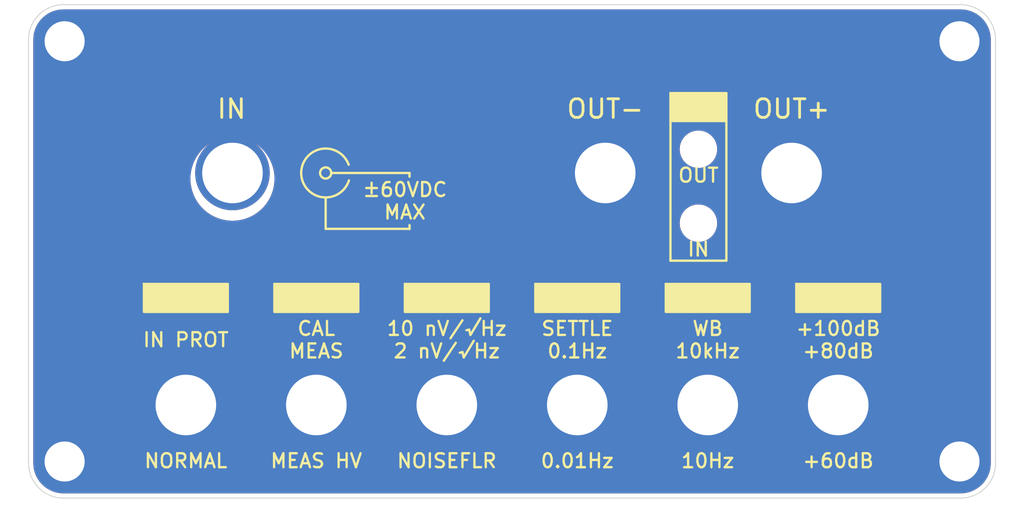
<source format=kicad_pcb>
(kicad_pcb (version 20211014) (generator pcbnew)
  (layers (0 "F.Cu" signal) (31 "B.Cu" signal) (34 "B.Paste" user) (35 "F.Paste" user) (36 "B.SilkS" user "B.Silkscreen") (37 "F.SilkS" user "F.Silkscreen") (38 "B.Mask" user) (39 "F.Mask" user) (44 "Edge.Cuts" user))
  (net 0 "")
  (net 1 "GND")
  (footprint "Panel_Cutouts:PanelCutout_6.5mm_PTH" (layer "F.Cu") (at 171 76.5)
    (fp_text reference "H14" hide)
    (fp_text value "FP_SW")
    (pad "1" thru_hole circle (at 0 0) (size 7.5 7.5) (drill 6.5) (layers *.Cu *.Mask) (net 1 "GND"))
  )
  (footprint "MountingHole:MountingHole_4.3mm_M4_ISO7380" (layer "F.Cu") (at 101.99 82.57)
    (fp_text reference "H2" hide)
    (fp_text value "MountingHole_Pad")
    (pad "" thru_hole circle (at 0 0) (size 5 5) (drill 4.3) (layers *.Cu *.Mask) (net 1 "GND"))
  )
  (footprint "Connector_Coaxial:SMA_PanelMount" (layer "F.Cu") (at 160 51.58)
    (fp_text reference "H7" hide)
    (fp_text value "SMA_OUT")
    (pad "1" thru_hole circle (at 0 0) (size 8 8) (drill 6.5) (layers *.Cu *.Mask) (net 1 "GND"))
  )
  (footprint "Panel_Cutouts:PanelCutout_6.5mm_PTH" (layer "F.Cu") (at 143 76.5)
    (fp_text reference "H12" hide)
    (fp_text value "FP_SW")
    (pad "1" thru_hole circle (at 0 0) (size 7.5 7.5) (drill 6.5) (layers *.Cu *.Mask) (net 1 "GND"))
  )
  (footprint "MountingHole:MountingHole_3.2mm_M3_DIN965" (layer "F.Cu") (at 170 49.03)
    (fp_text reference "H8" hide)
    (fp_text value "DIALIGHT 591")
    (pad "" np_thru_hole circle (at 0 0) (size 3 3) (drill 3) (layers F&B.Cu *.Mask))
  )
  (footprint "Connector_Coaxial:SMA_PanelMount" (layer "F.Cu") (at 120 51.58)
    (fp_text reference "H5" hide)
    (fp_text value "SMA_IN")
    (pad "1" thru_hole circle (at 0 0) (size 8 8) (drill 6.5) (layers *.Cu *.Mask))
  )
  (footprint "Connector_Coaxial:SMA_PanelMount" (layer "F.Cu") (at 180 51.58)
    (fp_text reference "H6" hide)
    (fp_text value "SMA_OUT")
    (pad "1" thru_hole circle (at 0 0) (size 8 8) (drill 6.5) (layers *.Cu *.Mask) (net 1 "GND"))
  )
  (footprint "MountingHole:MountingHole_4.3mm_M4_ISO7380" (layer "F.Cu") (at 198.01 37.43)
    (fp_text reference "H4" hide)
    (fp_text value "MountingHole_Pad")
    (pad "" thru_hole circle (at 0 0) (size 5 5) (drill 4.3) (layers *.Cu *.Mask) (net 1 "GND"))
  )
  (footprint "Panel_Cutouts:PanelCutout_6.5mm_PTH" (layer "F.Cu") (at 185 76.5)
    (fp_text reference "H15" hide)
    (fp_text value "FP_SW")
    (pad "1" thru_hole circle (at 0 0) (size 7.5 7.5) (drill 6.5) (layers *.Cu *.Mask) (net 1 "GND"))
  )
  (footprint "Panel_Cutouts:PanelCutout_6.5mm_PTH" (layer "F.Cu") (at 129 76.5)
    (fp_text reference "H11" hide)
    (fp_text value "FP_SW")
    (pad "1" thru_hole circle (at 0 0) (size 7.5 7.5) (drill 6.5) (layers *.Cu *.Mask) (net 1 "GND"))
  )
  (footprint "Panel_Cutouts:PanelCutout_6.5mm_PTH" (layer "F.Cu") (at 157 76.5)
    (fp_text reference "H13" hide)
    (fp_text value "FP_SW")
    (pad "1" thru_hole circle (at 0 0) (size 7.5 7.5) (drill 6.5) (layers *.Cu *.Mask) (net 1 "GND"))
  )
  (footprint "Panel_Cutouts:PanelCutout_6.5mm_PTH" (layer "F.Cu") (at 115 76.5)
    (fp_text reference "H10" hide)
    (fp_text value "FP_SW")
    (pad "1" thru_hole circle (at 0 0) (size 7.5 7.5) (drill 6.5) (layers *.Cu *.Mask) (net 1 "GND"))
  )
  (footprint "MountingHole:MountingHole_4.3mm_M4_ISO7380" (layer "F.Cu") (at 198.01 82.57)
    (fp_text reference "H3" hide)
    (fp_text value "MountingHole_Pad")
    (pad "" thru_hole circle (at 0 0) (size 5 5) (drill 4.3) (layers *.Cu *.Mask) (net 1 "GND"))
  )
  (footprint "MountingHole:MountingHole_3.2mm_M3_DIN965" (layer "F.Cu") (at 170 56.97)
    (fp_text reference "H9" hide)
    (fp_text value "DIALIGHT 591")
    (pad "" np_thru_hole circle (at 0 0) (size 3 3) (drill 3) (layers F&B.Cu *.Mask))
  )
  (footprint "MountingHole:MountingHole_4.3mm_M4_ISO7380" (layer "F.Cu") (at 101.99 37.43)
    (fp_text reference "H1" hide)
    (fp_text value "MountingHole_Pad")
    (pad "" thru_hole circle (at 0 0) (size 5 5) (drill 4.3) (layers *.Cu *.Mask) (net 1 "GND"))
  )
  (gr_line (start 130 57.58) (end 139 57.58) (layer "F.SilkS") (width 0.25))
  (gr_arc (start 132.499999 52.38) (mid 127.375542 51.627052) (end 132.469717 50.690902) (layer "F.SilkS") (width 0.25))
  (gr_line (start 173 61) (end 173 46) (layer "F.SilkS") (width 0.25))
  (gr_line (start 167 46) (end 167 61) (layer "F.SilkS") (width 0.25))
  (gr_line (start 167 61) (end 173 61) (layer "F.SilkS") (width 0.25))
  (gr_rect (start 166.5 63.5) (end 175.5 66.5) (layer "F.SilkS") (width 0.25) (fill solid))
  (gr_rect (start 124.5 63.5) (end 133.5 66.5) (layer "F.SilkS") (width 0.25) (fill solid))
  (gr_rect (start 167 43) (end 173 46) (layer "F.SilkS") (width 0.25) (fill solid))
  (gr_rect (start 110.5 63.5) (end 119.5 66.5) (layer "F.SilkS") (width 0.25) (fill solid))
  (gr_line (start 139 57.58) (end 139 57.18) (layer "F.SilkS") (width 0.25))
  (gr_circle (center 130 51.58) (end 130.6 51.58) (layer "F.SilkS") (width 0.25) (fill none))
  (gr_line (start 130 54.28) (end 130 57.58) (layer "F.SilkS") (width 0.25))
  (gr_rect (start 180.5 63.5) (end 189.5 66.5) (layer "F.SilkS") (width 0.25) (fill solid))
  (gr_rect (start 138.5 63.5) (end 147.5 66.5) (layer "F.SilkS") (width 0.25) (fill solid))
  (gr_line (start 130.6 51.58) (end 139 51.58) (layer "F.SilkS") (width 0.25))
  (gr_rect (start 152.5 63.5) (end 161.5 66.5) (layer "F.SilkS") (width 0.25) (fill solid))
  (gr_line (start 139 51.58) (end 139 51.98) (layer "F.SilkS") (width 0.25))
  (gr_arc (start 198.13 33.5) (mid 200.78165 34.59835) (end 201.88 37.25) (layer "Edge.Cuts") (width 0.1))
  (gr_line (start 101.87 33.5) (end 198.13 33.5) (layer "Edge.Cuts") (width 0.1))
  (gr_line (start 201.88 37.25) (end 201.88 82.75) (layer "Edge.Cuts") (width 0.1))
  (gr_arc (start 101.87 86.5) (mid 99.21835 85.40165) (end 98.12 82.75) (layer "Edge.Cuts") (width 0.1))
  (gr_arc (start 201.88 82.75) (mid 200.78165 85.40165) (end 198.13 86.5) (layer "Edge.Cuts") (width 0.1))
  (gr_arc (start 98.12 37.25) (mid 99.21835 34.59835) (end 101.87 33.5) (layer "Edge.Cuts") (width 0.1))
  (gr_line (start 98.12 82.75) (end 98.12 37.25) (layer "Edge.Cuts") (width 0.1))
  (gr_line (start 198.13 86.5) (end 101.87 86.5) (layer "Edge.Cuts") (width 0.1))
  (gr_text "NOISEFLR" (at 143 82.5) (layer "F.SilkS") (effects (font (size 1.5 1.5) (thickness 0.25))))
  (gr_text "WB\n10kHz" (at 171 69.5) (layer "F.SilkS") (effects (font (size 1.5 1.5) (thickness 0.25))))
  (gr_text "NORMAL" (at 115 82.5) (layer "F.SilkS") (effects (font (size 1.5 1.5) (thickness 0.25))))
  (gr_text "SETTLE\n0.1Hz" (at 157 69.5) (layer "F.SilkS") (effects (font (size 1.5 1.5) (thickness 0.25))))
  (gr_text "0.01Hz" (at 157 82.5) (layer "F.SilkS") (effects (font (size 1.5 1.5) (thickness 0.25))))
  (gr_text "IN PROT" (at 115 69.5) (layer "F.SilkS") (effects (font (size 1.5 1.5) (thickness 0.25))))
  (gr_text "IN" (at 170 59.77) (layer "F.SilkS") (effects (font (size 1.5 1.5) (thickness 0.25))))
  (gr_text "OUT" (at 170 51.83) (layer "F.SilkS") (effects (font (size 1.5 1.5) (thickness 0.25))))
  (gr_text "10Hz" (at 171 82.5) (layer "F.SilkS") (effects (font (size 1.5 1.5) (thickness 0.25))))
  (gr_text "OUT+" (at 180 44.7) (layer "F.SilkS") (effects (font (size 2 2) (thickness 0.3))))
  (gr_text "IN" (at 119.9 44.7) (layer "F.SilkS") (effects (font (size 2 2) (thickness 0.3))))
  (gr_text "OUT-" (at 160 44.7) (layer "F.SilkS") (effects (font (size 2 2) (thickness 0.3))))
  (gr_text "10 nV/√Hz\n2 nV/√Hz" (at 143 69.5) (layer "F.SilkS") (effects (font (size 1.5 1.5) (thickness 0.25))))
  (gr_text "+100dB\n+80dB" (at 185 69.5) (layer "F.SilkS") (effects (font (size 1.5 1.5) (thickness 0.25))))
  (gr_text "±60VDC\nMAX" (at 138.5 54.58) (layer "F.SilkS") (effects (font (size 1.5 1.5) (thickness 0.25))))
  (gr_text "CAL\nMEAS" (at 129 69.5) (layer "F.SilkS") (effects (font (size 1.5 1.5) (thickness 0.25))))
  (gr_text "MEAS HV" (at 129 82.5) (layer "F.SilkS") (effects (font (size 1.5 1.5) (thickness 0.25))))
  (gr_text "+60dB" (at 185 82.5) (layer "F.SilkS") (effects (font (size 1.5 1.5) (thickness 0.25))))
  (zone (net 1) (net_name "GND") (layers F&B.Cu) (connect_pads yes (clearance 0.508)) (min_thickness 0.254) (fill yes (thermal_gap 0.508) (thermal_bridge_width 0.508))
    (polygon (pts (xy 202 87) (xy 98 87) (xy 98 33) (xy 202 33)))
  )
)
</source>
